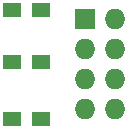
<source format=gbs>
G04 #@! TF.FileFunction,Soldermask,Bot*
%FSLAX46Y46*%
G04 Gerber Fmt 4.6, Leading zero omitted, Abs format (unit mm)*
G04 Created by KiCad (PCBNEW 4.0.2-stable) date Lundi 30 mai 2016 15:25:38*
%MOMM*%
G01*
G04 APERTURE LIST*
%ADD10C,0.100000*%
%ADD11R,1.500000X1.250000*%
%ADD12R,1.727200X1.727200*%
%ADD13O,1.727200X1.727200*%
G04 APERTURE END LIST*
D10*
D11*
X55200000Y-35600000D03*
X57700000Y-35600000D03*
X55200000Y-40000000D03*
X57700000Y-40000000D03*
X55200000Y-44750000D03*
X57700000Y-44750000D03*
D12*
X61400000Y-36350000D03*
D13*
X63940000Y-36350000D03*
X61400000Y-38890000D03*
X63940000Y-38890000D03*
X61400000Y-41430000D03*
X63940000Y-41430000D03*
X61400000Y-43970000D03*
X63940000Y-43970000D03*
M02*

</source>
